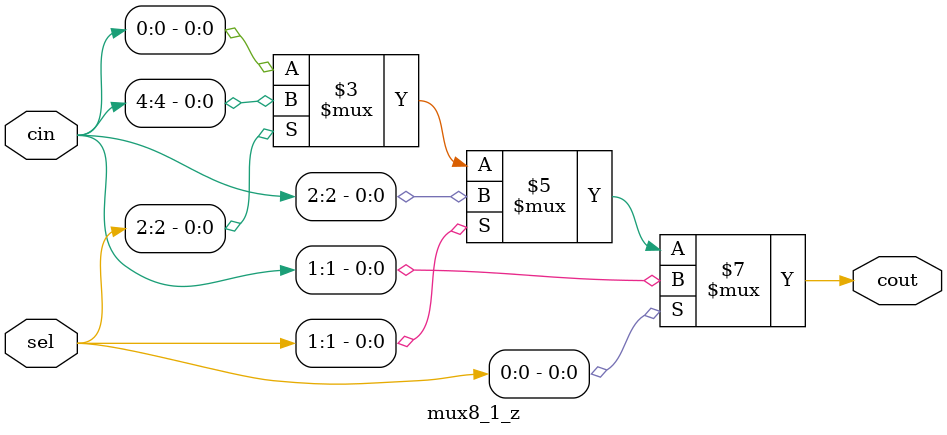
<source format=v>
/*
* 2-1 mux with cont assign
*/
module assign_mux21(input[1:0] in,
        input sel,
        output out);

    assign out=(sel == 1'b1)?in[1]:in[0];
endmodule


/**
* 8-1 mux
*/
module mux8_1(output cout,
        input[7:0] cin,
        input[2:0] sel);

    reg cout;

    always @(cin or sel)
        case(sel)
            3'b000: cout = cin[0];
            3'b001: cout = cin[1];
            3'b010: cout = cin[2];
            3'b011: cout = cin[3];
            3'b100: cout = cin[4];
            3'b101: cout = cin[5];
            3'b110: cout = cin[6];
            3'b111: cout = cin[7];
            default: cout = 1'bx;
        endcase
endmodule


/**
* 8-1 mux with casez
*/
module mux8_1_z(output cout,
        input[7:0] cin,
        input[2:0] sel);

    reg cout;
    always @(cin or sel)
        casez(sel)
            3'b??1: cout = cin[1];
            3'b?1?: cout = cin[2];
            3'b?11: cout = cin[3];
            3'b1??: cout = cin[4];
            3'b1?1: cout = cin[5];
            3'b11?: cout = cin[6];
            3'b111: cout = cin[7];
            default: cout = cin[0];
        endcase
endmodule

</source>
